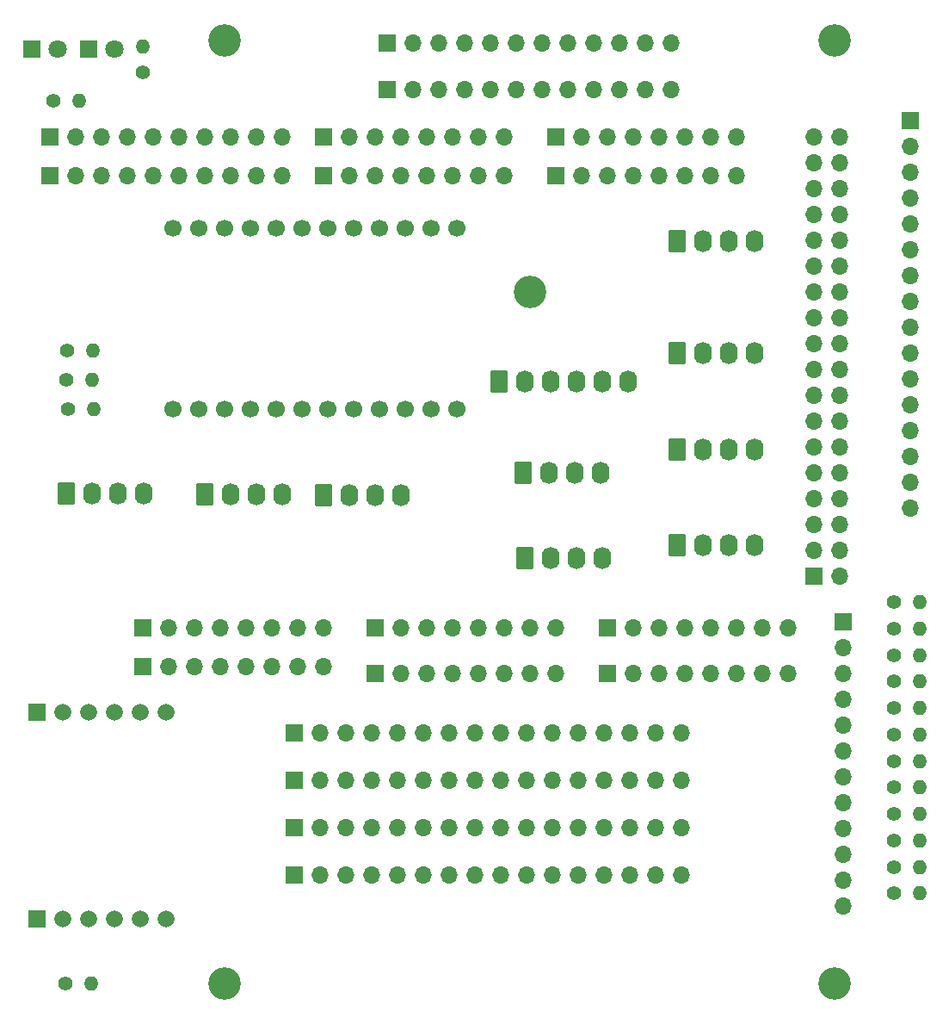
<source format=gbr>
%TF.GenerationSoftware,KiCad,Pcbnew,8.0.2-1*%
%TF.CreationDate,2024-08-19T19:19:17+10:00*%
%TF.ProjectId,Forward OLED,466f7277-6172-4642-904f-4c45442e6b69,rev?*%
%TF.SameCoordinates,Original*%
%TF.FileFunction,Soldermask,Top*%
%TF.FilePolarity,Negative*%
%FSLAX46Y46*%
G04 Gerber Fmt 4.6, Leading zero omitted, Abs format (unit mm)*
G04 Created by KiCad (PCBNEW 8.0.2-1) date 2024-08-19 19:19:17*
%MOMM*%
%LPD*%
G01*
G04 APERTURE LIST*
G04 Aperture macros list*
%AMRoundRect*
0 Rectangle with rounded corners*
0 $1 Rounding radius*
0 $2 $3 $4 $5 $6 $7 $8 $9 X,Y pos of 4 corners*
0 Add a 4 corners polygon primitive as box body*
4,1,4,$2,$3,$4,$5,$6,$7,$8,$9,$2,$3,0*
0 Add four circle primitives for the rounded corners*
1,1,$1+$1,$2,$3*
1,1,$1+$1,$4,$5*
1,1,$1+$1,$6,$7*
1,1,$1+$1,$8,$9*
0 Add four rect primitives between the rounded corners*
20,1,$1+$1,$2,$3,$4,$5,0*
20,1,$1+$1,$4,$5,$6,$7,0*
20,1,$1+$1,$6,$7,$8,$9,0*
20,1,$1+$1,$8,$9,$2,$3,0*%
G04 Aperture macros list end*
%ADD10R,1.700000X1.700000*%
%ADD11O,1.700000X1.700000*%
%ADD12C,1.700000*%
%ADD13C,1.400000*%
%ADD14O,1.400000X1.400000*%
%ADD15RoundRect,0.250000X-0.620000X-0.845000X0.620000X-0.845000X0.620000X0.845000X-0.620000X0.845000X0*%
%ADD16O,1.740000X2.190000*%
%ADD17C,3.200000*%
%ADD18R,1.800000X1.800000*%
%ADD19C,1.800000*%
%ADD20R,1.665000X1.665000*%
%ADD21C,1.665000*%
G04 APERTURE END LIST*
D10*
%TO.C,J45*%
X193980000Y-92380000D03*
D11*
X196520000Y-92380000D03*
X193980000Y-89840000D03*
X196520000Y-89840000D03*
X193980000Y-87300000D03*
X196520000Y-87300000D03*
X193980000Y-84760000D03*
X196520000Y-84760000D03*
X193980000Y-82220000D03*
X196520000Y-82220000D03*
X193980000Y-79680000D03*
X196520000Y-79680000D03*
X193980000Y-77140000D03*
X196520000Y-77140000D03*
X193980000Y-74600000D03*
X196520000Y-74600000D03*
X193980000Y-72060000D03*
X196520000Y-72060000D03*
X193980000Y-69520000D03*
X196520000Y-69520000D03*
X193980000Y-66980000D03*
X196520000Y-66980000D03*
X193980000Y-64440000D03*
X196520000Y-64440000D03*
X193980000Y-61900000D03*
X196520000Y-61900000D03*
X193980000Y-59360000D03*
X196520000Y-59360000D03*
X193980000Y-56820000D03*
X196520000Y-56820000D03*
X193980000Y-54280000D03*
X196520000Y-54280000D03*
X193980000Y-51740000D03*
X196520000Y-51740000D03*
X193980000Y-49200000D03*
X196520000Y-49200000D03*
%TD*%
D10*
%TO.C,J42*%
X127940000Y-97460000D03*
D11*
X130480000Y-97460000D03*
X133020000Y-97460000D03*
X135560000Y-97460000D03*
X138100000Y-97460000D03*
X140640000Y-97460000D03*
X143180000Y-97460000D03*
X145720000Y-97460000D03*
%TD*%
D10*
%TO.C,J43*%
X150800000Y-97460000D03*
D11*
X153340000Y-97460000D03*
X155880000Y-97460000D03*
X158420000Y-97460000D03*
X160960000Y-97460000D03*
X163500000Y-97460000D03*
X166040000Y-97460000D03*
X168580000Y-97460000D03*
%TD*%
D10*
%TO.C,J44*%
X173660000Y-97460000D03*
D11*
X176200000Y-97460000D03*
X178740000Y-97460000D03*
X181280000Y-97460000D03*
X183820000Y-97460000D03*
X186360000Y-97460000D03*
X188900000Y-97460000D03*
X191440000Y-97460000D03*
%TD*%
D10*
%TO.C,J46*%
X118796000Y-49200000D03*
D11*
X121336000Y-49200000D03*
X123876000Y-49200000D03*
X126416000Y-49200000D03*
X128956000Y-49200000D03*
X131496000Y-49200000D03*
X134036000Y-49200000D03*
X136576000Y-49200000D03*
X139116000Y-49200000D03*
X141656000Y-49200000D03*
%TD*%
D10*
%TO.C,J47*%
X145720000Y-49200000D03*
D11*
X148260000Y-49200000D03*
X150800000Y-49200000D03*
X153340000Y-49200000D03*
X155880000Y-49200000D03*
X158420000Y-49200000D03*
X160960000Y-49200000D03*
X163500000Y-49200000D03*
%TD*%
D10*
%TO.C,J48*%
X168580000Y-49200000D03*
D11*
X171120000Y-49200000D03*
X173660000Y-49200000D03*
X176200000Y-49200000D03*
X178740000Y-49200000D03*
X181280000Y-49200000D03*
X183820000Y-49200000D03*
X186360000Y-49200000D03*
%TD*%
D12*
%TO.C,U4*%
X130900000Y-75930000D03*
X133440000Y-75930000D03*
X135980000Y-75930000D03*
X138520000Y-75930000D03*
X141060000Y-75930000D03*
X143600000Y-75930000D03*
X146140000Y-75930000D03*
X148680000Y-75930000D03*
X151220000Y-75930000D03*
X153760000Y-75930000D03*
X156300000Y-75930000D03*
X158840000Y-75930000D03*
X158840000Y-58150000D03*
X156300000Y-58150000D03*
X153760000Y-58150000D03*
X151220000Y-58150000D03*
X148680000Y-58150000D03*
X146140000Y-58150000D03*
X143600000Y-58150000D03*
X141060000Y-58150000D03*
X138520000Y-58150000D03*
X135980000Y-58150000D03*
X133440000Y-58150000D03*
X130900000Y-58150000D03*
%TD*%
D13*
%TO.C,R4*%
X119100000Y-45644000D03*
D14*
X121640000Y-45644000D03*
%TD*%
D13*
%TO.C,R16*%
X201850000Y-94900000D03*
D14*
X204390000Y-94900000D03*
%TD*%
D13*
%TO.C,R2*%
X120430000Y-73050000D03*
D14*
X122970000Y-73050000D03*
%TD*%
D15*
%TO.C,J56*%
X180480000Y-70432200D03*
D16*
X183020000Y-70432200D03*
X185560000Y-70432200D03*
X188100000Y-70432200D03*
%TD*%
D13*
%TO.C,R19*%
X201850000Y-102713600D03*
D14*
X204390000Y-102713600D03*
%TD*%
D13*
%TO.C,R5*%
X120325000Y-132385000D03*
D14*
X122865000Y-132385000D03*
%TD*%
D15*
%TO.C,J21*%
X165510000Y-90550000D03*
D16*
X168050000Y-90550000D03*
X170590000Y-90550000D03*
X173130000Y-90550000D03*
%TD*%
D10*
%TO.C,J33*%
X173660000Y-101905000D03*
D11*
X176200000Y-101905000D03*
X178740000Y-101905000D03*
X181280000Y-101905000D03*
X183820000Y-101905000D03*
X186360000Y-101905000D03*
X188900000Y-101905000D03*
X191440000Y-101905000D03*
%TD*%
D13*
%TO.C,R28*%
X120480000Y-70150000D03*
D14*
X123020000Y-70150000D03*
%TD*%
D17*
%TO.C,H2*%
X196020000Y-132385000D03*
%TD*%
D10*
%TO.C,J2*%
X196850000Y-96810000D03*
D11*
X196850000Y-99350000D03*
X196850000Y-101890000D03*
X196850000Y-104430000D03*
X196850000Y-106970000D03*
X196850000Y-109510000D03*
X196850000Y-112050000D03*
X196850000Y-114590000D03*
X196850000Y-117130000D03*
X196850000Y-119670000D03*
X196850000Y-122210000D03*
X196850000Y-124750000D03*
%TD*%
D10*
%TO.C,J41*%
X127940000Y-101270000D03*
D11*
X130480000Y-101270000D03*
X133020000Y-101270000D03*
X135560000Y-101270000D03*
X138100000Y-101270000D03*
X140640000Y-101270000D03*
X143180000Y-101270000D03*
X145720000Y-101270000D03*
%TD*%
D10*
%TO.C,J37*%
X151980000Y-39950000D03*
D11*
X154520000Y-39950000D03*
X157060000Y-39950000D03*
X159600000Y-39950000D03*
X162140000Y-39950000D03*
X164680000Y-39950000D03*
X167220000Y-39950000D03*
X169760000Y-39950000D03*
X172300000Y-39950000D03*
X174840000Y-39950000D03*
X177380000Y-39950000D03*
X179920000Y-39950000D03*
%TD*%
D10*
%TO.C,J50*%
X142820000Y-107800000D03*
D11*
X145360000Y-107800000D03*
X147900000Y-107800000D03*
X150440000Y-107800000D03*
X152980000Y-107800000D03*
X155520000Y-107800000D03*
X158060000Y-107800000D03*
X160600000Y-107800000D03*
X163140000Y-107800000D03*
X165680000Y-107800000D03*
X168220000Y-107800000D03*
X170760000Y-107800000D03*
X173300000Y-107800000D03*
X175840000Y-107800000D03*
X178380000Y-107800000D03*
X180920000Y-107800000D03*
%TD*%
D13*
%TO.C,R18*%
X201850000Y-100109100D03*
D14*
X204390000Y-100109100D03*
%TD*%
D10*
%TO.C,J38*%
X142820000Y-121750000D03*
D11*
X145360000Y-121750000D03*
X147900000Y-121750000D03*
X150440000Y-121750000D03*
X152980000Y-121750000D03*
X155520000Y-121750000D03*
X158060000Y-121750000D03*
X160600000Y-121750000D03*
X163140000Y-121750000D03*
X165680000Y-121750000D03*
X168220000Y-121750000D03*
X170760000Y-121750000D03*
X173300000Y-121750000D03*
X175840000Y-121750000D03*
X178380000Y-121750000D03*
X180920000Y-121750000D03*
%TD*%
D13*
%TO.C,R20*%
X201850000Y-105318200D03*
D14*
X204390000Y-105318200D03*
%TD*%
D10*
%TO.C,J35*%
X151980000Y-44550000D03*
D11*
X154520000Y-44550000D03*
X157060000Y-44550000D03*
X159600000Y-44550000D03*
X162140000Y-44550000D03*
X164680000Y-44550000D03*
X167220000Y-44550000D03*
X169760000Y-44550000D03*
X172300000Y-44550000D03*
X174840000Y-44550000D03*
X177380000Y-44550000D03*
X179920000Y-44550000D03*
%TD*%
D13*
%TO.C,R21*%
X201850000Y-107922700D03*
D14*
X204390000Y-107922700D03*
%TD*%
D17*
%TO.C,H3*%
X196020000Y-39675000D03*
%TD*%
D13*
%TO.C,R27*%
X201850000Y-123550000D03*
D14*
X204390000Y-123550000D03*
%TD*%
D10*
%TO.C,J26*%
X168580000Y-53010000D03*
D11*
X171120000Y-53010000D03*
X173660000Y-53010000D03*
X176200000Y-53010000D03*
X178740000Y-53010000D03*
X181280000Y-53010000D03*
X183820000Y-53010000D03*
X186360000Y-53010000D03*
%TD*%
D13*
%TO.C,R17*%
X201850000Y-97504500D03*
D14*
X204390000Y-97504500D03*
%TD*%
D13*
%TO.C,R26*%
X201850000Y-120945400D03*
D14*
X204390000Y-120945400D03*
%TD*%
D13*
%TO.C,R23*%
X201850000Y-113131800D03*
D14*
X204390000Y-113131800D03*
%TD*%
D15*
%TO.C,J57*%
X145710000Y-84400000D03*
D16*
X148250000Y-84400000D03*
X150790000Y-84400000D03*
X153330000Y-84400000D03*
%TD*%
D15*
%TO.C,J59*%
X134010000Y-84300000D03*
D16*
X136550000Y-84300000D03*
X139090000Y-84300000D03*
X141630000Y-84300000D03*
%TD*%
D15*
%TO.C,J5*%
X163000000Y-73200000D03*
D16*
X165540000Y-73200000D03*
X168080000Y-73200000D03*
X170620000Y-73200000D03*
X173160000Y-73200000D03*
X175700000Y-73200000D03*
%TD*%
D15*
%TO.C,J58*%
X165390000Y-82220000D03*
D16*
X167930000Y-82220000D03*
X170470000Y-82220000D03*
X173010000Y-82220000D03*
%TD*%
D10*
%TO.C,J1*%
X203450000Y-47600000D03*
D11*
X203450000Y-50140000D03*
X203450000Y-52680000D03*
X203450000Y-55220000D03*
X203450000Y-57760000D03*
X203450000Y-60300000D03*
X203450000Y-62840000D03*
X203450000Y-65380000D03*
X203450000Y-67920000D03*
X203450000Y-70460000D03*
X203450000Y-73000000D03*
X203450000Y-75540000D03*
X203450000Y-78080000D03*
X203450000Y-80620000D03*
X203450000Y-83160000D03*
X203450000Y-85700000D03*
%TD*%
D10*
%TO.C,J25*%
X145720000Y-53010000D03*
D11*
X148260000Y-53010000D03*
X150800000Y-53010000D03*
X153340000Y-53010000D03*
X155880000Y-53010000D03*
X158420000Y-53010000D03*
X160960000Y-53010000D03*
X163500000Y-53010000D03*
%TD*%
D10*
%TO.C,J32*%
X150800000Y-101905000D03*
D11*
X153340000Y-101905000D03*
X155880000Y-101905000D03*
X158420000Y-101905000D03*
X160960000Y-101905000D03*
X163500000Y-101905000D03*
X166040000Y-101905000D03*
X168580000Y-101905000D03*
%TD*%
D13*
%TO.C,R1*%
X120560000Y-75950000D03*
D14*
X123100000Y-75950000D03*
%TD*%
D13*
%TO.C,R24*%
X201850000Y-115736400D03*
D14*
X204390000Y-115736400D03*
%TD*%
D13*
%TO.C,R25*%
X201850000Y-118340900D03*
D14*
X204390000Y-118340900D03*
%TD*%
D18*
%TO.C,D1*%
X122601000Y-40564000D03*
D19*
X125141000Y-40564000D03*
%TD*%
D15*
%TO.C,J3*%
X120440000Y-84220000D03*
D16*
X122980000Y-84220000D03*
X125520000Y-84220000D03*
X128060000Y-84220000D03*
%TD*%
D15*
%TO.C,J36*%
X180480000Y-59450000D03*
D16*
X183020000Y-59450000D03*
X185560000Y-59450000D03*
X188100000Y-59450000D03*
%TD*%
D15*
%TO.C,J60*%
X180480000Y-79891100D03*
D16*
X183020000Y-79891100D03*
X185560000Y-79891100D03*
X188100000Y-79891100D03*
%TD*%
D13*
%TO.C,R3*%
X127940000Y-42800000D03*
D14*
X127940000Y-40260000D03*
%TD*%
D10*
%TO.C,J40*%
X142820000Y-112450000D03*
D11*
X145360000Y-112450000D03*
X147900000Y-112450000D03*
X150440000Y-112450000D03*
X152980000Y-112450000D03*
X155520000Y-112450000D03*
X158060000Y-112450000D03*
X160600000Y-112450000D03*
X163140000Y-112450000D03*
X165680000Y-112450000D03*
X168220000Y-112450000D03*
X170760000Y-112450000D03*
X173300000Y-112450000D03*
X175840000Y-112450000D03*
X178380000Y-112450000D03*
X180920000Y-112450000D03*
%TD*%
D17*
%TO.C,MH1*%
X166040000Y-64440000D03*
%TD*%
D20*
%TO.C,U1*%
X117495000Y-126035000D03*
D21*
X120035000Y-126035000D03*
X122575000Y-126035000D03*
X125115000Y-126035000D03*
X127655000Y-126035000D03*
X130195000Y-126035000D03*
D20*
X117495000Y-105715000D03*
D21*
X120035000Y-105715000D03*
X122575000Y-105715000D03*
X125115000Y-105715000D03*
X127655000Y-105715000D03*
X130195000Y-105715000D03*
%TD*%
D10*
%TO.C,J24*%
X118796000Y-52985000D03*
D11*
X121336000Y-52985000D03*
X123876000Y-52985000D03*
X126416000Y-52985000D03*
X128956000Y-52985000D03*
X131496000Y-52985000D03*
X134036000Y-52985000D03*
X136576000Y-52985000D03*
X139116000Y-52985000D03*
X141656000Y-52985000D03*
%TD*%
D15*
%TO.C,J55*%
X180480000Y-89350000D03*
D16*
X183020000Y-89350000D03*
X185560000Y-89350000D03*
X188100000Y-89350000D03*
%TD*%
D17*
%TO.C,H1*%
X136020000Y-132385000D03*
%TD*%
D13*
%TO.C,R22*%
X201850000Y-110527300D03*
D14*
X204390000Y-110527300D03*
%TD*%
D10*
%TO.C,J39*%
X142820000Y-117100000D03*
D11*
X145360000Y-117100000D03*
X147900000Y-117100000D03*
X150440000Y-117100000D03*
X152980000Y-117100000D03*
X155520000Y-117100000D03*
X158060000Y-117100000D03*
X160600000Y-117100000D03*
X163140000Y-117100000D03*
X165680000Y-117100000D03*
X168220000Y-117100000D03*
X170760000Y-117100000D03*
X173300000Y-117100000D03*
X175840000Y-117100000D03*
X178380000Y-117100000D03*
X180920000Y-117100000D03*
%TD*%
D18*
%TO.C,D2*%
X117013000Y-40564000D03*
D19*
X119553000Y-40564000D03*
%TD*%
D17*
%TO.C,H4*%
X136020000Y-39675000D03*
%TD*%
M02*

</source>
